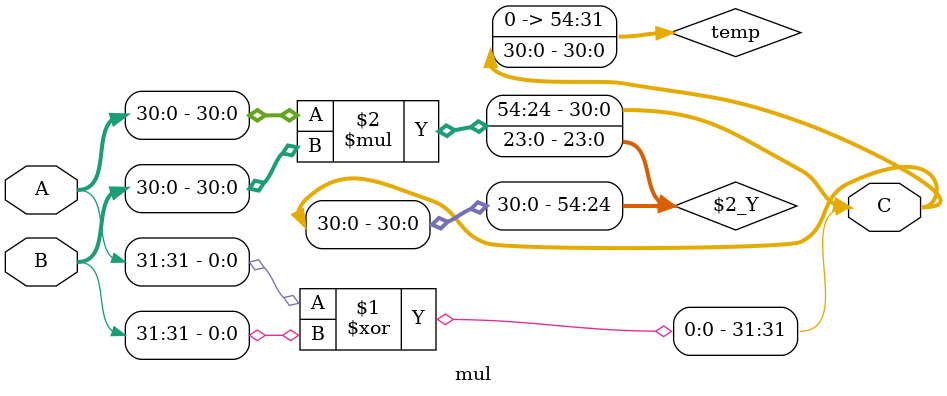
<source format=v>
module mul (
    output [31:0] C,
    input [31:0] A,
    input [31:0] B
);

assign C[31] = A[31]^B[31]; // sign bit

wire [54:0]temp;
assign temp = A[30:0] * B[30:0] >> 24;

assign C[30:0] = temp;
    
endmodule

</source>
